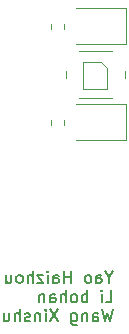
<source format=gbr>
%TF.GenerationSoftware,KiCad,Pcbnew,7.99.0-950-gc4668c1d3a*%
%TF.CreationDate,2023-05-05T13:14:56+08:00*%
%TF.ProjectId,HeartRateMonitor,48656172-7452-4617-9465-4d6f6e69746f,rev?*%
%TF.SameCoordinates,Original*%
%TF.FileFunction,Legend,Bot*%
%TF.FilePolarity,Positive*%
%FSLAX46Y46*%
G04 Gerber Fmt 4.6, Leading zero omitted, Abs format (unit mm)*
G04 Created by KiCad (PCBNEW 7.99.0-950-gc4668c1d3a) date 2023-05-05 13:14:56*
%MOMM*%
%LPD*%
G01*
G04 APERTURE LIST*
%ADD10C,0.150000*%
%ADD11C,0.120000*%
G04 APERTURE END LIST*
D10*
X115371428Y-140631428D02*
X115371428Y-141107619D01*
X115704761Y-140107619D02*
X115371428Y-140631428D01*
X115371428Y-140631428D02*
X115038095Y-140107619D01*
X114276190Y-141107619D02*
X114276190Y-140583809D01*
X114276190Y-140583809D02*
X114323809Y-140488571D01*
X114323809Y-140488571D02*
X114419047Y-140440952D01*
X114419047Y-140440952D02*
X114609523Y-140440952D01*
X114609523Y-140440952D02*
X114704761Y-140488571D01*
X114276190Y-141060000D02*
X114371428Y-141107619D01*
X114371428Y-141107619D02*
X114609523Y-141107619D01*
X114609523Y-141107619D02*
X114704761Y-141060000D01*
X114704761Y-141060000D02*
X114752380Y-140964761D01*
X114752380Y-140964761D02*
X114752380Y-140869523D01*
X114752380Y-140869523D02*
X114704761Y-140774285D01*
X114704761Y-140774285D02*
X114609523Y-140726666D01*
X114609523Y-140726666D02*
X114371428Y-140726666D01*
X114371428Y-140726666D02*
X114276190Y-140679047D01*
X113657142Y-141107619D02*
X113752380Y-141060000D01*
X113752380Y-141060000D02*
X113799999Y-141012380D01*
X113799999Y-141012380D02*
X113847618Y-140917142D01*
X113847618Y-140917142D02*
X113847618Y-140631428D01*
X113847618Y-140631428D02*
X113799999Y-140536190D01*
X113799999Y-140536190D02*
X113752380Y-140488571D01*
X113752380Y-140488571D02*
X113657142Y-140440952D01*
X113657142Y-140440952D02*
X113514285Y-140440952D01*
X113514285Y-140440952D02*
X113419047Y-140488571D01*
X113419047Y-140488571D02*
X113371428Y-140536190D01*
X113371428Y-140536190D02*
X113323809Y-140631428D01*
X113323809Y-140631428D02*
X113323809Y-140917142D01*
X113323809Y-140917142D02*
X113371428Y-141012380D01*
X113371428Y-141012380D02*
X113419047Y-141060000D01*
X113419047Y-141060000D02*
X113514285Y-141107619D01*
X113514285Y-141107619D02*
X113657142Y-141107619D01*
X112133332Y-141107619D02*
X112133332Y-140107619D01*
X112133332Y-140583809D02*
X111561904Y-140583809D01*
X111561904Y-141107619D02*
X111561904Y-140107619D01*
X110657142Y-141107619D02*
X110657142Y-140583809D01*
X110657142Y-140583809D02*
X110704761Y-140488571D01*
X110704761Y-140488571D02*
X110799999Y-140440952D01*
X110799999Y-140440952D02*
X110990475Y-140440952D01*
X110990475Y-140440952D02*
X111085713Y-140488571D01*
X110657142Y-141060000D02*
X110752380Y-141107619D01*
X110752380Y-141107619D02*
X110990475Y-141107619D01*
X110990475Y-141107619D02*
X111085713Y-141060000D01*
X111085713Y-141060000D02*
X111133332Y-140964761D01*
X111133332Y-140964761D02*
X111133332Y-140869523D01*
X111133332Y-140869523D02*
X111085713Y-140774285D01*
X111085713Y-140774285D02*
X110990475Y-140726666D01*
X110990475Y-140726666D02*
X110752380Y-140726666D01*
X110752380Y-140726666D02*
X110657142Y-140679047D01*
X110180951Y-141107619D02*
X110180951Y-140440952D01*
X110180951Y-140107619D02*
X110228570Y-140155238D01*
X110228570Y-140155238D02*
X110180951Y-140202857D01*
X110180951Y-140202857D02*
X110133332Y-140155238D01*
X110133332Y-140155238D02*
X110180951Y-140107619D01*
X110180951Y-140107619D02*
X110180951Y-140202857D01*
X109799999Y-140440952D02*
X109276190Y-140440952D01*
X109276190Y-140440952D02*
X109799999Y-141107619D01*
X109799999Y-141107619D02*
X109276190Y-141107619D01*
X108895237Y-141107619D02*
X108895237Y-140107619D01*
X108466666Y-141107619D02*
X108466666Y-140583809D01*
X108466666Y-140583809D02*
X108514285Y-140488571D01*
X108514285Y-140488571D02*
X108609523Y-140440952D01*
X108609523Y-140440952D02*
X108752380Y-140440952D01*
X108752380Y-140440952D02*
X108847618Y-140488571D01*
X108847618Y-140488571D02*
X108895237Y-140536190D01*
X107847618Y-141107619D02*
X107942856Y-141060000D01*
X107942856Y-141060000D02*
X107990475Y-141012380D01*
X107990475Y-141012380D02*
X108038094Y-140917142D01*
X108038094Y-140917142D02*
X108038094Y-140631428D01*
X108038094Y-140631428D02*
X107990475Y-140536190D01*
X107990475Y-140536190D02*
X107942856Y-140488571D01*
X107942856Y-140488571D02*
X107847618Y-140440952D01*
X107847618Y-140440952D02*
X107704761Y-140440952D01*
X107704761Y-140440952D02*
X107609523Y-140488571D01*
X107609523Y-140488571D02*
X107561904Y-140536190D01*
X107561904Y-140536190D02*
X107514285Y-140631428D01*
X107514285Y-140631428D02*
X107514285Y-140917142D01*
X107514285Y-140917142D02*
X107561904Y-141012380D01*
X107561904Y-141012380D02*
X107609523Y-141060000D01*
X107609523Y-141060000D02*
X107704761Y-141107619D01*
X107704761Y-141107619D02*
X107847618Y-141107619D01*
X106657142Y-140440952D02*
X106657142Y-141107619D01*
X107085713Y-140440952D02*
X107085713Y-140964761D01*
X107085713Y-140964761D02*
X107038094Y-141060000D01*
X107038094Y-141060000D02*
X106942856Y-141107619D01*
X106942856Y-141107619D02*
X106799999Y-141107619D01*
X106799999Y-141107619D02*
X106704761Y-141060000D01*
X106704761Y-141060000D02*
X106657142Y-141012380D01*
X115085714Y-142727619D02*
X115561904Y-142727619D01*
X115561904Y-142727619D02*
X115561904Y-141727619D01*
X114752380Y-142727619D02*
X114752380Y-142060952D01*
X114752380Y-141727619D02*
X114799999Y-141775238D01*
X114799999Y-141775238D02*
X114752380Y-141822857D01*
X114752380Y-141822857D02*
X114704761Y-141775238D01*
X114704761Y-141775238D02*
X114752380Y-141727619D01*
X114752380Y-141727619D02*
X114752380Y-141822857D01*
X113514285Y-142727619D02*
X113514285Y-141727619D01*
X113514285Y-142108571D02*
X113419047Y-142060952D01*
X113419047Y-142060952D02*
X113228571Y-142060952D01*
X113228571Y-142060952D02*
X113133333Y-142108571D01*
X113133333Y-142108571D02*
X113085714Y-142156190D01*
X113085714Y-142156190D02*
X113038095Y-142251428D01*
X113038095Y-142251428D02*
X113038095Y-142537142D01*
X113038095Y-142537142D02*
X113085714Y-142632380D01*
X113085714Y-142632380D02*
X113133333Y-142680000D01*
X113133333Y-142680000D02*
X113228571Y-142727619D01*
X113228571Y-142727619D02*
X113419047Y-142727619D01*
X113419047Y-142727619D02*
X113514285Y-142680000D01*
X112466666Y-142727619D02*
X112561904Y-142680000D01*
X112561904Y-142680000D02*
X112609523Y-142632380D01*
X112609523Y-142632380D02*
X112657142Y-142537142D01*
X112657142Y-142537142D02*
X112657142Y-142251428D01*
X112657142Y-142251428D02*
X112609523Y-142156190D01*
X112609523Y-142156190D02*
X112561904Y-142108571D01*
X112561904Y-142108571D02*
X112466666Y-142060952D01*
X112466666Y-142060952D02*
X112323809Y-142060952D01*
X112323809Y-142060952D02*
X112228571Y-142108571D01*
X112228571Y-142108571D02*
X112180952Y-142156190D01*
X112180952Y-142156190D02*
X112133333Y-142251428D01*
X112133333Y-142251428D02*
X112133333Y-142537142D01*
X112133333Y-142537142D02*
X112180952Y-142632380D01*
X112180952Y-142632380D02*
X112228571Y-142680000D01*
X112228571Y-142680000D02*
X112323809Y-142727619D01*
X112323809Y-142727619D02*
X112466666Y-142727619D01*
X111704761Y-142727619D02*
X111704761Y-141727619D01*
X111276190Y-142727619D02*
X111276190Y-142203809D01*
X111276190Y-142203809D02*
X111323809Y-142108571D01*
X111323809Y-142108571D02*
X111419047Y-142060952D01*
X111419047Y-142060952D02*
X111561904Y-142060952D01*
X111561904Y-142060952D02*
X111657142Y-142108571D01*
X111657142Y-142108571D02*
X111704761Y-142156190D01*
X110371428Y-142727619D02*
X110371428Y-142203809D01*
X110371428Y-142203809D02*
X110419047Y-142108571D01*
X110419047Y-142108571D02*
X110514285Y-142060952D01*
X110514285Y-142060952D02*
X110704761Y-142060952D01*
X110704761Y-142060952D02*
X110799999Y-142108571D01*
X110371428Y-142680000D02*
X110466666Y-142727619D01*
X110466666Y-142727619D02*
X110704761Y-142727619D01*
X110704761Y-142727619D02*
X110799999Y-142680000D01*
X110799999Y-142680000D02*
X110847618Y-142584761D01*
X110847618Y-142584761D02*
X110847618Y-142489523D01*
X110847618Y-142489523D02*
X110799999Y-142394285D01*
X110799999Y-142394285D02*
X110704761Y-142346666D01*
X110704761Y-142346666D02*
X110466666Y-142346666D01*
X110466666Y-142346666D02*
X110371428Y-142299047D01*
X109895237Y-142060952D02*
X109895237Y-142727619D01*
X109895237Y-142156190D02*
X109847618Y-142108571D01*
X109847618Y-142108571D02*
X109752380Y-142060952D01*
X109752380Y-142060952D02*
X109609523Y-142060952D01*
X109609523Y-142060952D02*
X109514285Y-142108571D01*
X109514285Y-142108571D02*
X109466666Y-142203809D01*
X109466666Y-142203809D02*
X109466666Y-142727619D01*
X115657142Y-143347619D02*
X115419047Y-144347619D01*
X115419047Y-144347619D02*
X115228571Y-143633333D01*
X115228571Y-143633333D02*
X115038095Y-144347619D01*
X115038095Y-144347619D02*
X114800000Y-143347619D01*
X113990476Y-144347619D02*
X113990476Y-143823809D01*
X113990476Y-143823809D02*
X114038095Y-143728571D01*
X114038095Y-143728571D02*
X114133333Y-143680952D01*
X114133333Y-143680952D02*
X114323809Y-143680952D01*
X114323809Y-143680952D02*
X114419047Y-143728571D01*
X113990476Y-144300000D02*
X114085714Y-144347619D01*
X114085714Y-144347619D02*
X114323809Y-144347619D01*
X114323809Y-144347619D02*
X114419047Y-144300000D01*
X114419047Y-144300000D02*
X114466666Y-144204761D01*
X114466666Y-144204761D02*
X114466666Y-144109523D01*
X114466666Y-144109523D02*
X114419047Y-144014285D01*
X114419047Y-144014285D02*
X114323809Y-143966666D01*
X114323809Y-143966666D02*
X114085714Y-143966666D01*
X114085714Y-143966666D02*
X113990476Y-143919047D01*
X113514285Y-143680952D02*
X113514285Y-144347619D01*
X113514285Y-143776190D02*
X113466666Y-143728571D01*
X113466666Y-143728571D02*
X113371428Y-143680952D01*
X113371428Y-143680952D02*
X113228571Y-143680952D01*
X113228571Y-143680952D02*
X113133333Y-143728571D01*
X113133333Y-143728571D02*
X113085714Y-143823809D01*
X113085714Y-143823809D02*
X113085714Y-144347619D01*
X112180952Y-143680952D02*
X112180952Y-144490476D01*
X112180952Y-144490476D02*
X112228571Y-144585714D01*
X112228571Y-144585714D02*
X112276190Y-144633333D01*
X112276190Y-144633333D02*
X112371428Y-144680952D01*
X112371428Y-144680952D02*
X112514285Y-144680952D01*
X112514285Y-144680952D02*
X112609523Y-144633333D01*
X112180952Y-144300000D02*
X112276190Y-144347619D01*
X112276190Y-144347619D02*
X112466666Y-144347619D01*
X112466666Y-144347619D02*
X112561904Y-144300000D01*
X112561904Y-144300000D02*
X112609523Y-144252380D01*
X112609523Y-144252380D02*
X112657142Y-144157142D01*
X112657142Y-144157142D02*
X112657142Y-143871428D01*
X112657142Y-143871428D02*
X112609523Y-143776190D01*
X112609523Y-143776190D02*
X112561904Y-143728571D01*
X112561904Y-143728571D02*
X112466666Y-143680952D01*
X112466666Y-143680952D02*
X112276190Y-143680952D01*
X112276190Y-143680952D02*
X112180952Y-143728571D01*
X111038094Y-143347619D02*
X110371428Y-144347619D01*
X110371428Y-143347619D02*
X111038094Y-144347619D01*
X109990475Y-144347619D02*
X109990475Y-143680952D01*
X109990475Y-143347619D02*
X110038094Y-143395238D01*
X110038094Y-143395238D02*
X109990475Y-143442857D01*
X109990475Y-143442857D02*
X109942856Y-143395238D01*
X109942856Y-143395238D02*
X109990475Y-143347619D01*
X109990475Y-143347619D02*
X109990475Y-143442857D01*
X109514285Y-143680952D02*
X109514285Y-144347619D01*
X109514285Y-143776190D02*
X109466666Y-143728571D01*
X109466666Y-143728571D02*
X109371428Y-143680952D01*
X109371428Y-143680952D02*
X109228571Y-143680952D01*
X109228571Y-143680952D02*
X109133333Y-143728571D01*
X109133333Y-143728571D02*
X109085714Y-143823809D01*
X109085714Y-143823809D02*
X109085714Y-144347619D01*
X108657142Y-144300000D02*
X108561904Y-144347619D01*
X108561904Y-144347619D02*
X108371428Y-144347619D01*
X108371428Y-144347619D02*
X108276190Y-144300000D01*
X108276190Y-144300000D02*
X108228571Y-144204761D01*
X108228571Y-144204761D02*
X108228571Y-144157142D01*
X108228571Y-144157142D02*
X108276190Y-144061904D01*
X108276190Y-144061904D02*
X108371428Y-144014285D01*
X108371428Y-144014285D02*
X108514285Y-144014285D01*
X108514285Y-144014285D02*
X108609523Y-143966666D01*
X108609523Y-143966666D02*
X108657142Y-143871428D01*
X108657142Y-143871428D02*
X108657142Y-143823809D01*
X108657142Y-143823809D02*
X108609523Y-143728571D01*
X108609523Y-143728571D02*
X108514285Y-143680952D01*
X108514285Y-143680952D02*
X108371428Y-143680952D01*
X108371428Y-143680952D02*
X108276190Y-143728571D01*
X107799999Y-144347619D02*
X107799999Y-143347619D01*
X107371428Y-144347619D02*
X107371428Y-143823809D01*
X107371428Y-143823809D02*
X107419047Y-143728571D01*
X107419047Y-143728571D02*
X107514285Y-143680952D01*
X107514285Y-143680952D02*
X107657142Y-143680952D01*
X107657142Y-143680952D02*
X107752380Y-143728571D01*
X107752380Y-143728571D02*
X107799999Y-143776190D01*
X106466666Y-143680952D02*
X106466666Y-144347619D01*
X106895237Y-143680952D02*
X106895237Y-144204761D01*
X106895237Y-144204761D02*
X106847618Y-144300000D01*
X106847618Y-144300000D02*
X106752380Y-144347619D01*
X106752380Y-144347619D02*
X106609523Y-144347619D01*
X106609523Y-144347619D02*
X106514285Y-144300000D01*
X106514285Y-144300000D02*
X106466666Y-144252380D01*
D11*
%TO.C,D2*%
X112550000Y-129018000D02*
X116760000Y-129018000D01*
X116760000Y-125998000D02*
X112550000Y-125998000D01*
X116760000Y-129018000D02*
X116760000Y-125998000D01*
%TO.C,R24*%
X110475500Y-119142742D02*
X110475500Y-119617258D01*
X111520500Y-119142742D02*
X111520500Y-119617258D01*
%TO.C,D3*%
X112550000Y-120890000D02*
X116760000Y-120890000D01*
X116760000Y-117870000D02*
X112550000Y-117870000D01*
X116760000Y-120890000D02*
X116760000Y-117870000D01*
%TO.C,D1*%
X111733000Y-123749000D02*
X111733000Y-123149000D01*
X113157000Y-122415000D02*
X113157000Y-124701000D01*
X113157000Y-124701000D02*
X115189000Y-124701000D01*
X114681000Y-122415000D02*
X113157000Y-122415000D01*
X115189000Y-122923000D02*
X114681000Y-122415000D01*
X115189000Y-124701000D02*
X115189000Y-122923000D01*
X115633000Y-121449000D02*
X112833000Y-121449000D01*
X115633000Y-125449000D02*
X112833000Y-125449000D01*
X116733000Y-123749000D02*
X116733000Y-123149000D01*
%TO.C,R23*%
X110475500Y-127745258D02*
X110475500Y-127270742D01*
X111520500Y-127745258D02*
X111520500Y-127270742D01*
%TD*%
M02*

</source>
